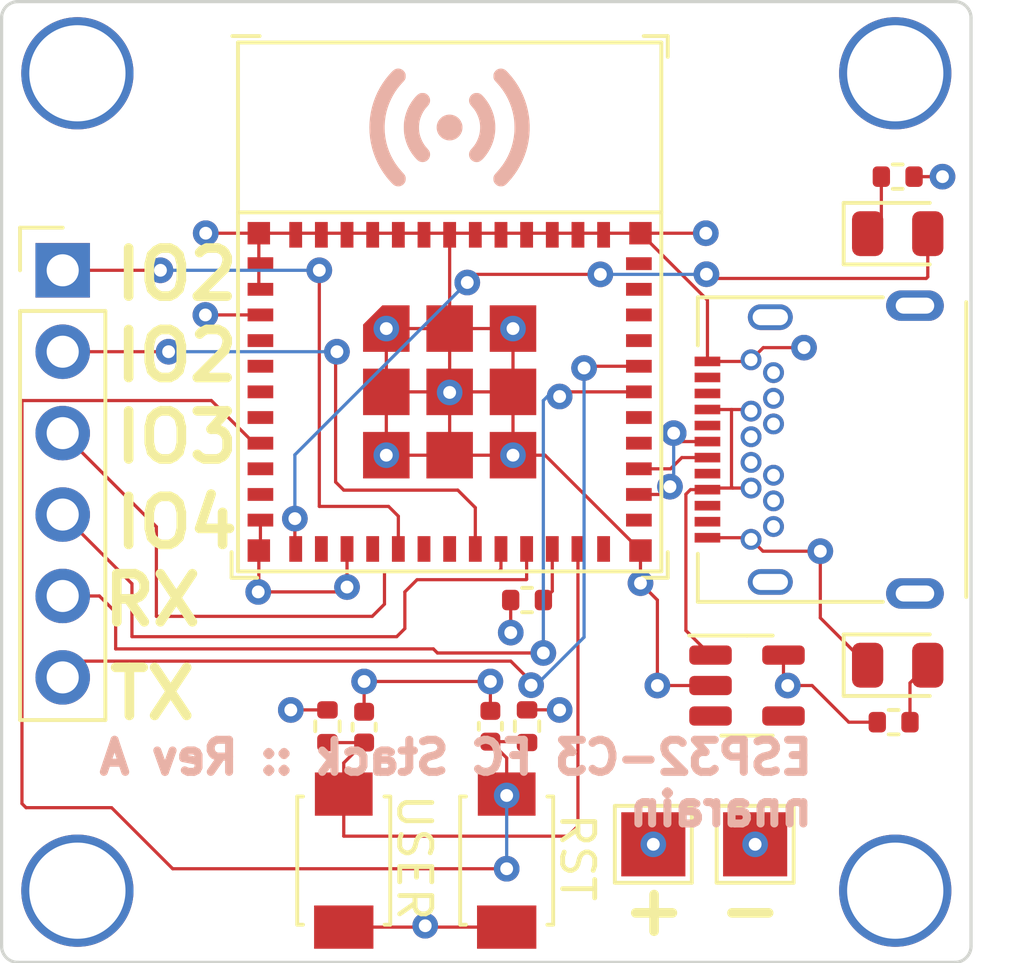
<source format=kicad_pcb>
(kicad_pcb (version 20211014) (generator pcbnew)
  (layers (0 "F.Cu" signal) (1 "In1.Cu" power "PWR") (2 "In2.Cu" power "GND") (31 "B.Cu" signal) (34 "B.Paste" user) (35 "F.Paste" user) (36 "B.SilkS" user "B.Silkscreen") (37 "F.SilkS" user "F.Silkscreen") (38 "B.Mask" user) (39 "F.Mask" user) (44 "Edge.Cuts" user))
  (net 0 "")
  (net 1 "Net-(C1-Pad1)")
  (net 2 "GND")
  (net 3 "Net-(C2-Pad1)")
  (net 4 "+3V3")
  (net 5 "Net-(D1-Pad1)")
  (net 6 "Net-(D1-Pad2)")
  (net 7 "Net-(D2-Pad2)")
  (net 8 "Net-(J1-Pad1)")
  (net 9 "Net-(J1-Pad2)")
  (net 10 "Net-(J1-Pad3)")
  (net 11 "Net-(J1-Pad4)")
  (net 12 "Net-(J1-Pad5)")
  (net 13 "Net-(J1-Pad6)")
  (net 14 "VBUS")
  (net 16 "/usb_dp")
  (net 17 "/usb_dm")
  (net 19 "Net-(R2-Pad2)")
  (footprint "Capacitor_SMD:C_0402_1005Metric" (layer "F.Cu") (at 129.413 88.519 90)
    (fp_text reference "C1" hide)
    (fp_text value "100nF" hide)
    (pad "1" smd roundrect (at -0.48 0 90) (size 0.56 0.62) (layers "F.Cu" "F.Paste" "F.Mask") (net 1 "Net-(C1-Pad1)"))
    (pad "2" smd roundrect (at 0.48 0 90) (size 0.56 0.62) (layers "F.Cu" "F.Paste" "F.Mask") (net 2 "GND"))
  )
  (footprint "tactile_switches:TS-1088-AR02016" (layer "F.Cu") (at 124.841 92.71 -90)
    (fp_text reference "SW1" hide)
    (fp_text value "USER" (at -0.1 -2.2 -90 unlocked) (layer "F.SilkS"))
    (pad "1" smd rect (at -2.075 0 270) (size 1.35 1.8) (layers "F.Cu" "F.Paste" "F.Mask") (net 3 "Net-(C2-Pad1)"))
    (pad "2" smd rect (at 2.075 0 270) (size 1.35 1.85) (layers "F.Cu" "F.Paste" "F.Mask") (net 2 "GND"))
  )
  (footprint "Espressif:ESP32-C3-MINI-1" (layer "F.Cu") (at 128.143 78.088)
    (fp_text reference "U2" hide)
    (fp_text value "ESP32-C3-MINI-1" hide)
    (pad "1" smd rect (at -5.9 -4 90) (size 0.4 0.8) (layers "F.Cu" "F.Paste" "F.Mask") (net 2 "GND"))
    (pad "2" smd rect (at -5.9 -3.2 90) (size 0.4 0.8) (layers "F.Cu" "F.Paste" "F.Mask") (net 2 "GND"))
    (pad "3" smd rect (at -5.9 -2.4 90) (size 0.4 0.8) (layers "F.Cu" "F.Paste" "F.Mask") (net 4 "+3V3"))
    (pad "4" smd rect (at -5.9 -1.6 90) (size 0.4 0.8) (layers "F.Cu" "F.Paste" "F.Mask"))
    (pad "5" smd rect (at -5.9 -0.8 90) (size 0.4 0.8) (layers "F.Cu" "F.Paste" "F.Mask"))
    (pad "6" smd rect (at -5.9 0 90) (size 0.4 0.8) (layers "F.Cu" "F.Paste" "F.Mask"))
    (pad "7" smd rect (at -5.9 0.8 90) (size 0.4 0.8) (layers "F.Cu" "F.Paste" "F.Mask"))
    (pad "8" smd rect (at -5.9 1.6 90) (size 0.4 0.8) (layers "F.Cu" "F.Paste" "F.Mask") (net 1 "Net-(C1-Pad1)"))
    (pad "9" smd rect (at -5.9 2.4 90) (size 0.4 0.8) (layers "F.Cu" "F.Paste" "F.Mask"))
    (pad "10" smd rect (at -5.9 3.2 90) (size 0.4 0.8) (layers "F.Cu" "F.Paste" "F.Mask"))
    (pad "11" smd rect (at -5.9 4 90) (size 0.4 0.8) (layers "F.Cu" "F.Paste" "F.Mask") (net 2 "GND"))
    (pad "12" smd rect (at -4.8 4.9) (size 0.4 0.8) (layers "F.Cu" "F.Paste" "F.Mask") (net 6 "Net-(D1-Pad2)"))
    (pad "13" smd rect (at -4 4.9) (size 0.4 0.8) (layers "F.Cu" "F.Paste" "F.Mask"))
    (pad "14" smd rect (at -3.2 4.9) (size 0.4 0.8) (layers "F.Cu" "F.Paste" "F.Mask") (net 2 "GND"))
    (pad "15" smd rect (at -2.4 4.9) (size 0.4 0.8) (layers "F.Cu" "F.Paste" "F.Mask"))
    (pad "16" smd rect (at -1.6 4.9) (size 0.4 0.8) (layers "F.Cu" "F.Paste" "F.Mask") (net 8 "Net-(J1-Pad1)"))
    (pad "17" smd rect (at -0.8 4.9) (size 0.4 0.8) (layers "F.Cu" "F.Paste" "F.Mask"))
    (pad "18" smd rect (at 0 4.9) (size 0.4 0.8) (layers "F.Cu" "F.Paste" "F.Mask"))
    (pad "19" smd rect (at 0.8 4.9) (size 0.4 0.8) (layers "F.Cu" "F.Paste" "F.Mask") (net 9 "Net-(J1-Pad2)"))
    (pad "20" smd rect (at 1.6 4.9) (size 0.4 0.8) (layers "F.Cu" "F.Paste" "F.Mask") (net 10 "Net-(J1-Pad3)"))
    (pad "21" smd rect (at 2.4 4.9) (size 0.4 0.8) (layers "F.Cu" "F.Paste" "F.Mask") (net 11 "Net-(J1-Pad4)"))
    (pad "22" smd rect (at 3.2 4.9) (size 0.4 0.8) (layers "F.Cu" "F.Paste" "F.Mask") (net 19 "Net-(R2-Pad2)"))
    (pad "23" smd rect (at 4 4.9) (size 0.4 0.8) (layers "F.Cu" "F.Paste" "F.Mask") (net 3 "Net-(C2-Pad1)"))
    (pad "24" smd rect (at 4.8 4.9) (size 0.4 0.8) (layers "F.Cu" "F.Paste" "F.Mask"))
    (pad "25" smd rect (at 5.9 4 90) (size 0.4 0.8) (layers "F.Cu" "F.Paste" "F.Mask"))
    (pad "26" smd rect (at 5.9 3.2 90) (size 0.4 0.8) (layers "F.Cu" "F.Paste" "F.Mask") (net 17 "/usb_dm"))
    (pad "27" smd rect (at 5.9 2.4 90) (size 0.4 0.8) (layers "F.Cu" "F.Paste" "F.Mask") (net 16 "/usb_dp"))
    (pad "28" smd rect (at 5.9 1.6 90) (size 0.4 0.8) (layers "F.Cu" "F.Paste" "F.Mask"))
    (pad "29" smd rect (at 5.9 0.8 90) (size 0.4 0.8) (layers "F.Cu" "F.Paste" "F.Mask"))
    (pad "30" smd rect (at 5.9 0 90) (size 0.4 0.8) (layers "F.Cu" "F.Paste" "F.Mask") (net 12 "Net-(J1-Pad5)"))
    (pad "31" smd rect (at 5.9 -0.8 90) (size 0.4 0.8) (layers "F.Cu" "F.Paste" "F.Mask") (net 13 "Net-(J1-Pad6)"))
    (pad "32" smd rect (at 5.9 -1.6 90) (size 0.4 0.8) (layers "F.Cu" "F.Paste" "F.Mask"))
    (pad "33" smd rect (at 5.9 -2.4 90) (size 0.4 0.8) (layers "F.Cu" "F.Paste" "F.Mask"))
    (pad "34" smd rect (at 5.9 -3.2 90) (size 0.4 0.8) (layers "F.Cu" "F.Paste" "F.Mask"))
    (pad "35" smd rect (at 5.9 -4 90) (size 0.4 0.8) (layers "F.Cu" "F.Paste" "F.Mask"))
    (pad "36" smd rect (at -2.4 -4.9) (size 0.4 0.8) (layers "F.Cu" "F.Paste" "F.Mask") (net 2 "GND"))
    (pad "36" smd rect (at 1.975 0 90) (size 1.45 1.45) (layers "F.Cu" "F.Paste" "F.Mask") (net 2 "GND"))
    (pad "36" smd rect (at 0.8 -4.9) (size 0.4 0.8) (layers "F.Cu" "F.Paste" "F.Mask") (net 2 "GND"))
    (pad "36" smd rect (at 0 0 90) (size 1.45 1.45) (layers "F.Cu" "F.Paste" "F.Mask") (net 2 "GND"))
    (pad "36" smd rect (at 1.975 1.975 90) (size 1.45 1.45) (layers "F.Cu" "F.Paste" "F.Mask") (net 2 "GND"))
    (pad "36" smd rect (at 5.95 4.95 90) (size 0.7 0.7) (layers "F.Cu" "F.Paste" "F.Mask") (net 2 "GND"))
    (pad "36" smd rect (at -5.95 -4.95 90) (size 0.7 0.7) (layers "F.Cu" "F.Paste" "F.Mask") (net 2 "GND"))
    (pad "36" smd rect (at -1.6 -4.9) (size 0.4 0.8) (layers "F.Cu" "F.Paste" "F.Mask") (net 2 "GND"))
    (pad "36" smd rect (at -4.8 -4.9) (size 0.4 0.8) (layers "F.Cu" "F.Paste" "F.Mask") (net 2 "GND"))
    (pad "36" smd rect (at -5.95 4.95 90) (size 0.7 0.7) (layers "F.Cu" "F.Paste" "F.Mask") (net 2 "GND"))
    (pad "36" smd custom (at -1.975 -1.975) (size 0.8 0.8) (layers "F.Cu" "F.Paste" "F.Mask") (net 2 "GND") (options (clearance outline) (anchor rect)) (primitives (gr_poly (pts (xy 0.725 0.725) (xy -0.725 0.725) (xy -0.725 -0.125) (xy -0.125 -0.725) (xy 0.725 -0.725)) (width 0) (fill yes))))
    (pad "36" smd rect (at -1.975 0 90) (size 1.45 1.45) (layers "F.Cu" "F.Paste" "F.Mask") (net 2 "GND"))
    (pad "36" smd rect (at 3.2 -4.9) (size 0.4 0.8) (layers "F.Cu" "F.Paste" "F.Mask") (net 2 "GND"))
    (pad "36" smd rect (at 2.4 -4.9) (size 0.4 0.8) (layers "F.Cu" "F.Paste" "F.Mask") (net 2 "GND"))
    (pad "36" smd rect (at 1.6 -4.9) (size 0.4 0.8) (layers "F.Cu" "F.Paste" "F.Mask") (net 2 "GND"))
    (pad "36" smd rect (at -4 -4.9) (size 0.4 0.8) (layers "F.Cu" "F.Paste" "F.Mask") (net 2 "GND"))
    (pad "36" smd rect (at 4.8 -4.9) (size 0.4 0.8) (layers "F.Cu" "F.Paste" "F.Mask") (net 2 "GND"))
    (pad "36" smd rect (at 5.95 -4.95 90) (size 0.7 0.7) (layers "F.Cu" "F.Paste" "F.Mask") (net 2 "GND"))
    (pad "36" smd rect (at 0 1.975 90) (size 1.45 1.45) (layers "F.Cu" "F.Paste" "F.Mask") (net 2 "GND"))
    (pad "36" smd rect (at -0.8 -4.9) (size 0.4 0.8) (layers "F.Cu" "F.Paste" "F.Mask") (net 2 "GND"))
    (pad "36" smd rect (at -1.975 1.975 90) (size 1.45 1.45) (layers "F.Cu" "F.Paste" "F.Mask") (net 2 "GND"))
    (pad "36" smd rect (at 0 -1.975 90) (size 1.45 1.45) (layers "F.Cu" "F.Paste" "F.Mask") (net 2 "GND"))
    (pad "36" smd rect (at 1.975 -1.975 90) (size 1.45 1.45) (layers "F.Cu" "F.Paste" "F.Mask") (net 2 "GND"))
    (pad "36" smd rect (at -3.2 -4.9) (size 0.4 0.8) (layers "F.Cu" "F.Paste" "F.Mask") (net 2 "GND"))
    (pad "36" smd rect (at 0 -4.9) (size 0.4 0.8) (layers "F.Cu" "F.Paste" "F.Mask") (net 2 "GND"))
    (pad "36" smd rect (at 4 -4.9) (size 0.4 0.8) (layers "F.Cu" "F.Paste" "F.Mask") (net 2 "GND"))
  )
  (footprint "Resistor_SMD:R_0402_1005Metric" (layer "F.Cu") (at 141.986 88.392)
    (fp_text reference "R1" hide)
    (fp_text value "1k" hide)
    (pad "1" smd roundrect (at -0.51 0) (size 0.54 0.64) (layers "F.Cu" "F.Paste" "F.Mask") (net 4 "+3V3"))
    (pad "2" smd roundrect (at 0.51 0) (size 0.54 0.64) (layers "F.Cu" "F.Paste" "F.Mask") (net 7 "Net-(D2-Pad2)"))
  )
  (footprint "USB-C-Connectors:TYPE-C-31-M-04" (layer "F.Cu") (at 141.251 79.888 90)
    (fp_text reference "P1" hide)
    (fp_text value "USB_C_Plug_USB2.0" hide)
    (pad "" np_thru_hole circle locked (at -3.6 -4.36 90) (size 0.65 0.65) (drill 0.65) (layers *.Cu *.Mask))
    (pad "" np_thru_hole oval locked (at 3.6 -4.36 90) (size 0.95 0.65) (drill oval 0.95 0.65) (layers *.Cu *.Mask))
    (pad "31" thru_hole oval locked (at 4.49 1.4 90) (size 0.95 1.8) (drill oval 0.5 1.2) (layers *.Cu *.Mask))
    (pad "32" thru_hole oval locked (at 4.13 -3.11 90) (size 0.8 1.4) (drill oval 0.5 1.1) (layers *.Cu *.Mask))
    (pad "33" thru_hole oval locked (at -4.13 -3.11 90) (size 0.8 1.4) (drill oval 0.5 1.1) (layers *.Cu *.Mask))
    (pad "34" thru_hole oval locked (at -4.49 1.4 90) (size 0.95 1.8) (drill oval 0.5 1.2) (layers *.Cu *.Mask))
    (pad "A1" smd rect locked (at -2.75 -5.07 90) (size 0.3 0.8) (layers "F.Cu" "F.Paste" "F.Mask") (net 2 "GND"))
    (pad "A2" smd rect locked (at -2.25 -5.07 90) (size 0.3 0.8) (layers "F.Cu" "F.Paste" "F.Mask"))
    (pad "A3" smd rect locked (at -1.75 -5.07 90) (size 0.3 0.8) (layers "F.Cu" "F.Paste" "F.Mask"))
    (pad "A4" smd rect locked (at -1.25 -5.07 90) (size 0.3 0.8) (layers "F.Cu" "F.Paste" "F.Mask") (net 14 "VBUS"))
    (pad "A5" smd rect locked (at -0.75 -5.07 90) (size 0.3 0.8) (layers "F.Cu" "F.Paste" "F.Mask"))
    (pad "A6" smd rect locked (at -0.25 -5.07 90) (size 0.3 0.8) (layers "F.Cu" "F.Paste" "F.Mask") (net 16 "/usb_dp"))
    (pad "A7" smd rect locked (at 0.25 -5.07 90) (size 0.3 0.8) (layers "F.Cu" "F.Paste" "F.Mask") (net 17 "/usb_dm"))
    (pad "A8" smd rect locked (at 0.75 -5.07 90) (size 0.3 0.8) (layers "F.Cu" "F.Paste" "F.Mask"))
    (pad "A9" smd rect locked (at 1.25 -5.07 90) (size 0.3 0.8) (layers "F.Cu" "F.Paste" "F.Mask") (net 14 "VBUS"))
    (pad "A10" smd rect locked (at 1.75 -5.07 90) (size 0.3 0.8) (layers "F.Cu" "F.Paste" "F.Mask"))
    (pad "A11" smd rect locked (at 2.25 -5.07 90) (size 0.3 0.8) (layers "F.Cu" "F.Paste" "F.Mask"))
    (pad "A12" smd rect locked (at 2.75 -5.07 90) (size 0.3 0.8) (layers "F.Cu" "F.Paste" "F.Mask") (net 2 "GND"))
    (pad "B1" thru_hole circle locked (at 2.8 -3.71 90) (size 0.65 0.65) (drill 0.4) (layers *.Cu *.Mask) (net 2 "GND"))
    (pad "B2" thru_hole circle locked (at 2.4 -3.01 90) (size 0.65 0.65) (drill 0.4) (layers *.Cu *.Mask))
    (pad "B3" thru_hole circle locked (at 1.6 -3.01 90) (size 0.65 0.65) (drill 0.4) (layers *.Cu *.Mask))
    (pad "B4" thru_hole circle locked (at 1.2 -3.71 90) (size 0.65 0.65) (drill 0.4) (layers *.Cu *.Mask) (net 14 "VBUS"))
    (pad "B5" thru_hole circle locked (at 0.8 -3.01 90) (size 0.65 0.65) (drill 0.4) (layers *.Cu *.Mask))
    (pad "B6" thru_hole circle locked (at 0.4 -3.71 90) (size 0.65 0.65) (drill 0.4) (layers *.Cu *.Mask))
    (pad "B7" thru_hole circle locked (at -0.4 -3.71 90) (size 0.65 0.65) (drill 0.4) (layers *.Cu *.Mask))
    (pad "B8" thru_hole circle locked (at -0.8 -3.01 90) (size 0.65 0.65) (drill 0.4) (layers *.Cu *.Mask))
    (pad "B9" thru_hole circle locked (at -1.2 -3.71 90) (size 0.65 0.65) (drill 0.4) (layers *.Cu *.Mask) (net 14 "VBUS"))
    (pad "B10" thru_hole circle locked (at -1.6 -3.01 90) (size 0.65 0.65) (drill 0.4) (layers *.Cu *.Mask))
    (pad "B11" thru_hole circle locked (at -2.4 -3.01 90) (size 0.65 0.65) (drill 0.4) (layers *.Cu *.Mask))
    (pad "B12" thru_hole circle locked (at -2.8 -3.71 90) (size 0.65 0.65) (drill 0.4) (layers *.Cu *.Mask) (net 2 "GND"))
  )
  (footprint "Package_TO_SOT_SMD:SOT-23-5" (layer "F.Cu") (at 137.414 87.249)
    (fp_text reference "U1" hide)
    (fp_text value "AP2112K-3.3" hide)
    (pad "1" smd roundrect (at -1.1375 -0.95) (size 1.325 0.6) (layers "F.Cu" "F.Paste" "F.Mask") (net 14 "VBUS"))
    (pad "2" smd roundrect (at -1.1375 0) (size 1.325 0.6) (layers "F.Cu" "F.Paste" "F.Mask") (net 2 "GND"))
    (pad "3" smd roundrect (at -1.1375 0.95) (size 1.325 0.6) (layers "F.Cu" "F.Paste" "F.Mask"))
    (pad "4" smd roundrect (at 1.1375 0.95) (size 1.325 0.6) (layers "F.Cu" "F.Paste" "F.Mask"))
    (pad "5" smd roundrect (at 1.1375 -0.95) (size 1.325 0.6) (layers "F.Cu" "F.Paste" "F.Mask") (net 4 "+3V3"))
  )
  (footprint "Resistor_SMD:R_0402_1005Metric" (layer "F.Cu") (at 130.556 88.517 -90)
    (fp_text reference "R3" hide)
    (fp_text value "10k" hide)
    (pad "1" smd roundrect (at -0.51 0 270) (size 0.54 0.64) (layers "F.Cu" "F.Paste" "F.Mask") (net 4 "+3V3"))
    (pad "2" smd roundrect (at 0.51 0 270) (size 0.54 0.64) (layers "F.Cu" "F.Paste" "F.Mask") (net 1 "Net-(C1-Pad1)"))
  )
  (footprint "TestPoint:TestPoint_Pad_2.0x2.0mm" (layer "F.Cu") (at 137.668 92.202)
    (fp_text reference "TP2" hide)
    (fp_text value "TP_GND" hide)
    (pad "1" smd rect (at 0 0) (size 2 2) (layers "F.Cu" "F.Mask") (net 2 "GND"))
  )
  (footprint "LED_SMD:LED_0805_2012Metric" (layer "F.Cu") (at 142.113 86.614)
    (fp_text reference "D2" hide)
    (fp_text value "PWR" hide)
    (pad "1" smd roundrect (at -0.9375 0) (size 0.975 1.4) (layers "F.Cu" "F.Paste" "F.Mask") (net 2 "GND"))
    (pad "2" smd roundrect (at 0.9375 0) (size 0.975 1.4) (layers "F.Cu" "F.Paste" "F.Mask") (net 7 "Net-(D2-Pad2)"))
  )
  (footprint "tactile_switches:TS-1088-AR02016" (layer "F.Cu") (at 129.921 92.71 -90)
    (fp_text reference "SW2" hide)
    (fp_text value "RST" (at -0.1 -2.2 -90 unlocked) (layer "F.SilkS"))
    (pad "1" smd rect (at -2.075 0 270) (size 1.35 1.8) (layers "F.Cu" "F.Paste" "F.Mask") (net 1 "Net-(C1-Pad1)"))
    (pad "2" smd rect (at 2.075 0 270) (size 1.35 1.85) (layers "F.Cu" "F.Paste" "F.Mask") (net 2 "GND"))
  )
  (footprint "TestPoint:TestPoint_Pad_2.0x2.0mm" (layer "F.Cu") (at 134.493 92.202)
    (fp_text reference "TP1" hide)
    (fp_text value "TP_3V3" hide)
    (pad "1" smd rect (at 0 0) (size 2 2) (layers "F.Cu" "F.Mask") (net 4 "+3V3"))
  )
  (footprint "Resistor_SMD:R_0402_1005Metric" (layer "F.Cu") (at 124.333 88.519 -90)
    (fp_text reference "R4" hide)
    (fp_text value "10k" hide)
    (pad "1" smd roundrect (at -0.51 0 270) (size 0.54 0.64) (layers "F.Cu" "F.Paste" "F.Mask") (net 4 "+3V3"))
    (pad "2" smd roundrect (at 0.51 0 270) (size 0.54 0.64) (layers "F.Cu" "F.Paste" "F.Mask") (net 3 "Net-(C2-Pad1)"))
  )
  (footprint "Resistor_SMD:R_0402_1005Metric" (layer "F.Cu") (at 142.113 71.374)
    (fp_text reference "R5" hide)
    (fp_text value "1k" hide)
    (pad "1" smd roundrect (at -0.51 0) (size 0.54 0.64) (layers "F.Cu" "F.Paste" "F.Mask") (net 5 "Net-(D1-Pad1)"))
    (pad "2" smd roundrect (at 0.51 0) (size 0.54 0.64) (layers "F.Cu" "F.Paste" "F.Mask") (net 2 "GND"))
  )
  (footprint "Resistor_SMD:R_0402_1005Metric" (layer "F.Cu") (at 130.556 84.582)
    (fp_text reference "R2" hide)
    (fp_text value "10k" hide)
    (pad "1" smd roundrect (at -0.51 0) (size 0.54 0.64) (layers "F.Cu" "F.Paste" "F.Mask") (net 4 "+3V3"))
    (pad "2" smd roundrect (at 0.51 0) (size 0.54 0.64) (layers "F.Cu" "F.Paste" "F.Mask") (net 19 "Net-(R2-Pad2)"))
  )
  (footprint "LED_SMD:LED_0805_2012Metric" (layer "F.Cu") (at 142.113 73.152)
    (fp_text reference "D1" hide)
    (fp_text value "LED")
    (pad "1" smd roundrect (at -0.9375 0) (size 0.975 1.4) (layers "F.Cu" "F.Paste" "F.Mask") (net 5 "Net-(D1-Pad1)"))
    (pad "2" smd roundrect (at 0.9375 0) (size 0.975 1.4) (layers "F.Cu" "F.Paste" "F.Mask") (net 6 "Net-(D1-Pad2)"))
  )
  (footprint "Capacitor_SMD:C_0402_1005Metric" (layer "F.Cu") (at 125.476 88.547 90)
    (fp_text reference "C2" hide)
    (fp_text value "100nF" hide)
    (pad "1" smd roundrect (at -0.48 0 90) (size 0.56 0.62) (layers "F.Cu" "F.Paste" "F.Mask") (net 3 "Net-(C2-Pad1)"))
    (pad "2" smd roundrect (at 0.48 0 90) (size 0.56 0.62) (layers "F.Cu" "F.Paste" "F.Mask") (net 2 "GND"))
  )
  (footprint "Connector_PinHeader_2.54mm:PinHeader_1x06_P2.54mm_Vertical" (layer "F.Cu") (at 116.078 74.295)
    (fp_text reference "J1" hide)
    (fp_text value "IO")
    (pad "1" thru_hole rect (at 0 0) (size 1.7 1.7) (drill 1) (layers *.Cu *.Mask) (net 8 "Net-(J1-Pad1)"))
    (pad "2" thru_hole oval (at 0 2.54) (size 1.7 1.7) (drill 1) (layers *.Cu *.Mask) (net 9 "Net-(J1-Pad2)"))
    (pad "3" thru_hole oval (at 0 5.08) (size 1.7 1.7) (drill 1) (layers *.Cu *.Mask) (net 10 "Net-(J1-Pad3)"))
    (pad "4" thru_hole oval (at 0 7.62) (size 1.7 1.7) (drill 1) (layers *.Cu *.Mask) (net 11 "Net-(J1-Pad4)"))
    (pad "5" thru_hole oval (at 0 10.16) (size 1.7 1.7) (drill 1) (layers *.Cu *.Mask) (net 12 "Net-(J1-Pad5)"))
    (pad "6" thru_hole oval (at 0 12.7) (size 1.7 1.7) (drill 1) (layers *.Cu *.Mask) (net 13 "Net-(J1-Pad6)"))
  )
  (footprint "drone:mounting_holes_25.5mm" (layer "F.Cu") (at 129.286 80.899)
    (fp_text reference "REF**" hide)
    (fp_text value "mounting_holes_25.5mm" hide)
    (pad "" np_thru_hole circle (at 12.75 12.75) (size 3.5 3.5) (drill 3) (layers F&B.Cu *.Mask))
    (pad "" np_thru_hole circle (at -12.75 -12.75) (size 3.5 3.5) (drill 3) (layers F&B.Cu *.Mask))
    (pad "" np_thru_hole circle (at 12.75 -12.75) (size 3.5 3.5) (drill 3) (layers F&B.Cu *.Mask))
    (pad "" np_thru_hole circle (at -12.75 12.75) (size 3.5 3.5) (drill 3) (layers F&B.Cu *.Mask))
  )
  (footprint "symbols:radio1" (layer "B.Cu") (at 128.143 69.85 180)
    (fp_text reference "G***" hide)
    (fp_text value "LOGO" hide)
  )
  (gr_arc (start 144.399 95.377) (mid 144.25021 95.73621) (end 143.891 95.885) (layer "Edge.Cuts") (width 0.1))
  (gr_arc (start 114.681 95.885) (mid 114.32179 95.73621) (end 114.173 95.377) (layer "Edge.Cuts") (width 0.1))
  (gr_line (start 114.681 65.913) (end 143.891 65.913) (layer "Edge.Cuts") (width 0.1))
  (gr_line (start 114.173 66.421) (end 114.173 95.377) (layer "Edge.Cuts") (width 0.1))
  (gr_arc (start 114.173 66.421) (mid 114.32179 66.06179) (end 114.681 65.913) (layer "Edge.Cuts") (width 0.1))
  (gr_line (start 144.399 95.377) (end 144.399 66.421) (layer "Edge.Cuts") (width 0.1))
  (gr_arc (start 143.891 65.913) (mid 144.25021 66.06179) (end 144.399 66.421) (layer "Edge.Cuts") (width 0.1))
  (gr_line (start 114.681 95.885) (end 143.891 95.885) (layer "Edge.Cuts") (width 0.1))
  (gr_text "ESP32-C3 FC Stack :: Rev A\nnnarain" (at 139.573 90.297) (layer "B.SilkS") (effects (font (size 1 1) (thickness 0.25)) (justify left mirror)))
  (gr_text "IO2" (at 119.634 76.962) (layer "F.SilkS") (effects (font (size 1.5 1.5) (thickness 0.3))))
  (gr_text "+ -" (at 136.017 94.234) (layer "F.SilkS") (effects (font (size 1.5 1.5) (thickness 0.3))))
  (gr_text "IO3" (at 119.634 79.502) (layer "F.SilkS") (effects (font (size 1.5 1.5) (thickness 0.3))))
  (gr_text "IO2" (at 119.634 74.422) (layer "F.SilkS") (effects (font (size 1.5 1.5) (thickness 0.3))))
  (gr_text "IO4" (at 119.634 82.169) (layer "F.SilkS") (effects (font (size 1.5 1.5) (thickness 0.3))))
  (gr_text "TX" (at 118.872 87.503) (layer "F.SilkS") (effects (font (size 1.5 1.5) (thickness 0.3))))
  (gr_text "RX" (at 118.872 84.582) (layer "F.SilkS") (effects (font (size 1.5 1.5) (thickness 0.3))))
  (segment (start 129.413 88.999) (end 129.921 89.507) (width 0.1) (layer "F.Cu") (net 1))
  (segment (start 122.043 79.688) (end 120.714 78.359) (width 0.1) (layer "F.Cu") (net 1))
  (segment (start 114.935 91.059) (end 117.602 91.059) (width 0.1) (layer "F.Cu") (net 1))
  (segment (start 129.921 89.507) (end 129.921 90.635) (width 0.1) (layer "F.Cu") (net 1))
  (segment (start 117.602 91.059) (end 119.507 92.964) (width 0.1) (layer "F.Cu") (net 1))
  (segment (start 122.243 79.688) (end 122.043 79.688) (width 0.1) (layer "F.Cu") (net 1))
  (segment (start 119.507 92.964) (end 129.921 92.964) (width 0.1) (layer "F.Cu") (net 1))
  (segment (start 130.528 88.999) (end 129.413 88.999) (width 0.1) (layer "F.Cu") (net 1))
  (segment (start 114.808 90.932) (end 114.935 91.059) (width 0.1) (layer "F.Cu") (net 1))
  (segment (start 130.556 89.027) (end 130.528 88.999) (width 0.1) (layer "F.Cu") (net 1))
  (segment (start 114.808 78.359) (end 114.808 90.932) (width 0.1) (layer "F.Cu") (net 1))
  (segment (start 120.714 78.359) (end 114.808 78.359) (width 0.1) (layer "F.Cu") (net 1))
  (via (at 129.921 90.678) (size 0.8) (drill 0.4) (layers "F.Cu" "B.Cu") (net 1))
  (via (at 129.921 92.964) (size 0.8) (drill 0.4) (layers "F.Cu" "B.Cu") (net 1))
  (segment (start 129.921 92.964) (end 129.921 90.678) (width 0.1) (layer "B.Cu") (net 1))
  (segment (start 125.476 88.067) (end 125.476 87.122) (width 0.1) (layer "F.Cu") (net 2))
  (segment (start 128.143 78.088) (end 128.143 78.105) (width 0.1) (layer "F.Cu") (net 2))
  (segment (start 128.143 78.105) (end 128.143 80.063) (width 0.1) (layer "F.Cu") (net 2))
  (segment (start 137.491 82.638) (end 137.541 82.688) (width 0.1) (layer "F.Cu") (net 2))
  (segment (start 136.181 82.638) (end 137.491 82.638) (width 0.1) (layer "F.Cu") (net 2))
  (segment (start 127.338 94.785) (end 127.381 94.742) (width 0.1) (layer "F.Cu") (net 2))
  (segment (start 134.62 84.582) (end 134.62 87.249) (width 0.1) (layer "F.Cu") (net 2))
  (segment (start 130.118 80.063) (end 131.118 80.063) (width 0.1) (layer "F.Cu") (net 2))
  (segment (start 122.193 74.838) (end 122.243 74.888) (width 0.1) (layer "F.Cu") (net 2))
  (segment (start 124.841 94.785) (end 127.338 94.785) (width 0.1) (layer "F.Cu") (net 2))
  (segment (start 122.193 73.138) (end 134.093 73.138) (width 0.1) (layer "F.Cu") (net 2))
  (segment (start 137.491 77.138) (end 137.541 77.088) (width 0.1) (layer "F.Cu") (net 2))
  (segment (start 122.193 84.309) (end 122.174 84.328) (width 0.1) (layer "F.Cu") (net 2))
  (segment (start 126.168 78.088) (end 126.168 80.063) (width 0.1) (layer "F.Cu") (net 2))
  (segment (start 136.181 77.138) (end 137.491 77.138) (width 0.1) (layer "F.Cu") (net 2))
  (segment (start 137.541 77.088) (end 137.921 76.708) (width 0.1) (layer "F.Cu") (net 2))
  (segment (start 126.168 76.113) (end 126.168 78.088) (width 0.1) (layer "F.Cu") (net 2))
  (segment (start 128.143 76.113) (end 130.118 76.113) (width 0.1) (layer "F.Cu") (net 2))
  (segment (start 130.118 78.088) (end 130.118 76.113) (width 0.1) (layer "F.Cu") (net 2))
  (segment (start 134.093 73.138) (end 136.13 73.138) (width 0.1) (layer "F.Cu") (net 2))
  (segment (start 122.243 82.988) (end 122.193 83.038) (width 0.1) (layer "F.Cu") (net 2))
  (segment (start 128.143 73.188) (end 128.143 76.113) (width 0.1) (layer "F.Cu") (net 2))
  (segment (start 122.174 84.328) (end 124.791 84.328) (width 0.1) (layer "F.Cu") (net 2))
  (segment (start 130.118 78.088) (end 130.118 80.063) (width 0.1) (layer "F.Cu") (net 2))
  (segment (start 127.424 94.785) (end 129.921 94.785) (width 0.1) (layer "F.Cu") (net 2))
  (segment (start 122.193 73.138) (end 122.193 74.838) (width 0.1) (layer "F.Cu") (net 2))
  (segment (start 125.476 87.122) (end 129.413 87.122) (width 0.1) (layer "F.Cu") (net 2))
  (segment (start 128.143 78.088) (end 130.118 78.088) (width 0.1) (layer "F.Cu") (net 2))
  (segment (start 124.791 84.328) (end 124.943 84.176) (width 0.1) (layer "F.Cu") (net 2))
  (segment (start 124.943 82.988) (end 124.943 84.176) (width 0.1) (layer "F.Cu") (net 2))
  (segment (start 126.168 76.113) (end 128.143 76.113) (width 0.1) (layer "F.Cu") (net 2))
  (segment (start 122.193 73.138) (end 120.537 73.138) (width 0.1) (layer "F.Cu") (net 2))
  (segment (start 139.7 85.1385) (end 139.7 83.058) (width 0.1) (layer "F.Cu") (net 2))
  (segment (start 128.143 76.113) (end 128.143 78.088) (width 0.1) (layer "F.Cu") (net 2))
  (segment (start 141.1755 86.614) (end 139.7 85.1385) (width 0.1) (layer "F.Cu") (net 2))
  (segment (start 122.193 83.038) (end 122.193 84.309) (width 0.1) (layer "F.Cu") (net 2))
  (segment (start 131.118 80.063) (end 134.093 83.038) (width 0.1) (layer "F.Cu") (net 2))
  (segment (start 136.181 75.226) (end 136.181 77.138) (width 0.1) (layer "F.Cu") (net 2))
  (segment (start 142.623 71.374) (end 143.51 71.374) (width 0.1) (layer "F.Cu") (net 2))
  (segment (start 126.168 78.088) (end 128.143 78.088) (width 0.1) (layer "F.Cu") (net 2))
  (segment (start 122.243 82.088) (end 122.243 82.988) (width 0.1) (layer "F.Cu") (net 2))
  (segment (start 129.413 88.039) (end 129.413 87.122) (width 0.1) (layer "F.Cu") (net 2))
  (segment (start 134.093 84.055) (end 134.62 84.582) (width 0.1) (layer "F.Cu") (net 2))
  (segment (start 134.093 73.138) (end 136.181 75.226) (width 0.1) (layer "F.Cu") (net 2))
  (segment (start 128.143 80.063) (end 130.118 80.063) (width 0.1) (layer "F.Cu") (net 2))
  (segment (start 137.921 76.708) (end 139.192 76.708) (width 0.1) (layer "F.Cu") (net 2))
  (segment (start 137.911 83.058) (end 139.7 83.058) (width 0.1) (layer "F.Cu") (net 2))
  (segment (start 126.168 80.063) (end 128.143 80.063) (width 0.1) (layer "F.Cu") (net 2))
  (segment (start 134.093 83.038) (end 134.093 84.055) (width 0.1) (layer "F.Cu") (net 2))
  (segment (start 137.541 82.688) (end 137.911 83.058) (width 0.1) (layer "F.Cu") (net 2))
  (segment (start 136.2765 87.249) (end 134.62 87.249) (width 0.1) (layer "F.Cu") (net 2))
  (via (at 137.668 92.202) (size 0.8) (drill 0.4) (layers "F.Cu" "B.Cu") (net 2))
  (via (at 125.476 87.122) (size 0.8) (drill 0.4) (layers "F.Cu" "B.Cu") (net 2))
  (via (at 139.7 83.058) (size 0.8) (drill 0.4) (layers "F.Cu" "B.Cu") (net 2))
  (via (at 136.13 73.138) (size 0.8) (drill 0.4) (layers "F.Cu" "B.Cu") (net 2))
  (via (at 122.174 84.328) (size 0.8) (drill 0.4) (layers "F.Cu" "B.Cu") (net 2))
  (via (at 134.62 87.249) (size 0.8) (drill 0.4) (layers "F.Cu" "B.Cu") (net 2))
  (via (at 128.143 78.105) (size 0.8) (drill 0.4) (layers "F.Cu" "B.Cu") (net 2))
  (via (at 126.168 76.113) (size 0.8) (drill 0.4) (layers "F.Cu" "B.Cu") (net 2))
  (via (at 134.093 84.055) (size 0.8) (drill 0.4) (layers "F.Cu" "B.Cu") (net 2))
  (via (at 130.118 80.063) (size 0.8) (drill 0.4) (layers "F.Cu" "B.Cu") (net 2))
  (via (at 120.537 73.138) (size 0.8) (drill 0.4) (layers "F.Cu" "B.Cu") (net 2))
  (via (at 127.381 94.742) (size 0.8) (drill 0.4) (layers "F.Cu" "B.Cu") (net 2))
  (via (at 130.118 76.113) (size 0.8) (drill 0.4) (layers "F.Cu" "B.Cu") (net 2))
  (via (at 129.413 87.122) (size 0.8) (drill 0.4) (layers "F.Cu" "B.Cu") (net 2))
  (via (at 139.192 76.708) (size 0.8) (drill 0.4) (layers "F.Cu" "B.Cu") (net 2))
  (via (at 124.943 84.176) (size 0.8) (drill 0.4) (layers "F.Cu" "B.Cu") (net 2))
  (via (at 143.51 71.374) (size 0.8) (drill 0.4) (layers "F.Cu" "B.Cu") (net 2))
  (via (at 126.168 80.063) (size 0.8) (drill 0.4) (layers "F.Cu" "B.Cu") (net 2))
  (segment (start 124.841 91.948) (end 124.841 90.635) (width 0.1) (layer "F.Cu") (net 3))
  (segment (start 124.333 89.029) (end 125.474 89.029) (width 0.1) (layer "F.Cu") (net 3))
  (segment (start 125.476 89.027) (end 124.841 89.662) (width 0.1) (layer "F.Cu") (net 3))
  (segment (start 132.143 91.631) (end 131.826 91.948) (width 0.1) (layer "F.Cu") (net 3))
  (segment (start 124.841 89.662) (end 124.841 90.635) (width 0.1) (layer "F.Cu") (net 3))
  (segment (start 125.474 89.029) (end 125.476 89.027) (width 0.1) (layer "F.Cu") (net 3))
  (segment (start 132.143 82.988) (end 132.143 91.631) (width 0.1) (layer "F.Cu") (net 3))
  (segment (start 131.826 91.948) (end 124.841 91.948) (width 0.1) (layer "F.Cu") (net 3))
  (segment (start 122.243 75.688) (end 120.527 75.688) (width 0.1) (layer "F.Cu") (net 4))
  (segment (start 130.046 84.582) (end 130.046 85.596) (width 0.1) (layer "F.Cu") (net 4))
  (segment (start 138.5515 86.299) (end 138.5515 87.1165) (width 0.1) (layer "F.Cu") (net 4))
  (segment (start 138.5515 87.1165) (end 138.684 87.249) (width 0.1) (layer "F.Cu") (net 4))
  (segment (start 130.556 88.007) (end 131.568 88.007) (width 0.1) (layer "F.Cu") (net 4))
  (segment (start 140.587 88.392) (end 141.476 88.392) (width 0.1) (layer "F.Cu") (net 4))
  (segment (start 130.046 85.596) (end 130.048 85.598) (width 0.1) (layer "F.Cu") (net 4))
  (segment (start 123.192 88.009) (end 123.19 88.011) (width 0.1) (layer "F.Cu") (net 4))
  (segment (start 131.568 88.007) (end 131.572 88.011) (width 0.1) (layer "F.Cu") (net 4))
  (segment (start 139.444 87.249) (end 140.587 88.392) (width 0.1) (layer "F.Cu") (net 4))
  (segment (start 138.684 87.249) (end 139.444 87.249) (width 0.1) (layer "F.Cu") (net 4))
  (segment (start 124.333 88.009) (end 123.192 88.009) (width 0.1) (layer "F.Cu") (net 4))
  (via (at 123.19 88.011) (size 0.8) (drill 0.4) (layers "F.Cu" "B.Cu") (net 4))
  (via (at 131.572 88.011) (size 0.8) (drill 0.4) (layers "F.Cu" "B.Cu") (net 4))
  (via (at 120.527 75.688) (size 0.8) (drill 0.4) (layers "F.Cu" "B.Cu") (net 4))
  (via (at 130.048 85.598) (size 0.8) (drill 0.4) (layers "F.Cu" "B.Cu") (net 4))
  (via (at 134.493 92.202) (size 0.8) (drill 0.4) (layers "F.Cu" "B.Cu") (net 4))
  (via (at 138.684 87.249) (size 0.8) (drill 0.4) (layers "F.Cu" "B.Cu") (net 4))
  (segment (start 141.603 71.374) (end 141.603 72.7245) (width 0.1) (layer "F.Cu") (net 5))
  (segment (start 141.603 72.7245) (end 141.1755 73.152) (width 0.1) (layer "F.Cu") (net 5))
  (segment (start 128.651 74.676) (end 128.6925 74.676) (width 0.1) (layer "F.Cu") (net 6))
  (segment (start 128.905 74.422) (end 128.651 74.676) (width 0.1) (layer "F.Cu") (net 6))
  (segment (start 143.0505 74.5005) (end 143.002 74.549) (width 0.1) (layer "F.Cu") (net 6))
  (segment (start 132.842 74.422) (end 128.905 74.422) (width 0.1) (layer "F.Cu") (net 6))
  (segment (start 143.002 74.549) (end 136.271 74.549) (width 0.1) (layer "F.Cu") (net 6))
  (segment (start 136.271 74.549) (end 136.271 74.538888) (width 0.1) (layer "F.Cu") (net 6))
  (segment (start 123.317 82.042) (end 123.317 82.962) (width 0.1) (layer "F.Cu") (net 6))
  (segment (start 123.317 82.962) (end 123.343 82.988) (width 0.1) (layer "F.Cu") (net 6))
  (segment (start 136.271 74.538888) (end 136.149056 74.416944) (width 0.1) (layer "F.Cu") (net 6))
  (segment (start 143.0505 73.152) (end 143.0505 74.5005) (width 0.1) (layer "F.Cu") (net 6))
  (via (at 123.317 82.042) (size 0.8) (drill 0.4) (layers "F.Cu" "B.Cu") (net 6))
  (via (at 128.6925 74.676) (size 0.8) (drill 0.4) (layers "F.Cu" "B.Cu") (net 6))
  (via (at 136.149056 74.416944) (size 0.8) (drill 0.4) (layers "F.Cu" "B.Cu") (net 6))
  (via (at 132.842 74.422) (size 0.8) (drill 0.4) (layers "F.Cu" "B.Cu") (net 6))
  (segment (start 128.6925 74.676) (end 123.317 80.0515) (width 0.1) (layer "B.Cu") (net 6))
  (segment (start 136.149056 74.416944) (end 136.144 74.422) (width 0.1) (layer "B.Cu") (net 6))
  (segment (start 136.144 74.422) (end 132.842 74.422) (width 0.1) (layer "B.Cu") (net 6))
  (segment (start 123.317 80.0515) (end 123.317 82.169) (width 0.1) (layer "B.Cu") (net 6))
  (segment (start 142.496 87.1685) (end 143.0505 86.614) (width 0.1) (layer "F.Cu") (net 7))
  (segment (start 142.496 88.392) (end 142.496 87.1685) (width 0.1) (layer "F.Cu") (net 7))
  (segment (start 126.543 81.966) (end 126.238 81.661) (width 0.1) (layer "F.Cu") (net 8))
  (segment (start 124.079 81.661) (end 124.079 74.295) (width 0.1) (layer "F.Cu") (net 8))
  (segment (start 126.543 82.988) (end 126.543 81.966) (width 0.1) (layer "F.Cu") (net 8))
  (segment (start 119.126 74.295) (end 116.078 74.295) (width 0.1) (layer "F.Cu") (net 8))
  (segment (start 126.238 81.661) (end 124.079 81.661) (width 0.1) (layer "F.Cu") (net 8))
  (via (at 119.126 74.295) (size 0.8) (drill 0.4) (layers "F.Cu" "B.Cu") (net 8))
  (via (at 124.079 74.295) (size 0.8) (drill 0.4) (layers "F.Cu" "B.Cu") (net 8))
  (segment (start 124.079 74.295) (end 119.126 74.295) (width 0.1) (layer "B.Cu") (net 8))
  (segment (start 119.38 76.835) (end 116.078 76.835) (width 0.1) (layer "F.Cu") (net 9))
  (segment (start 128.905 81.661) (end 128.397 81.153) (width 0.1) (layer "F.Cu") (net 9))
  (segment (start 128.943 81.699) (end 128.905 81.661) (width 0.1) (layer "F.Cu") (net 9))
  (segment (start 128.397 81.153) (end 124.841 81.153) (width 0.1) (layer "F.Cu") (net 9))
  (segment (start 124.587 80.899) (end 124.587 76.835) (width 0.1) (layer "F.Cu") (net 9))
  (segment (start 128.943 82.988) (end 128.943 81.699) (width 0.1) (layer "F.Cu") (net 9))
  (segment (start 124.587 76.835) (end 124.6285 76.835) (width 0.1) (layer "F.Cu") (net 9))
  (segment (start 124.841 81.153) (end 124.587 80.899) (width 0.1) (layer "F.Cu") (net 9))
  (via (at 119.38 76.835) (size 0.8) (drill 0.4) (layers "F.Cu" "B.Cu") (net 9))
  (via (at 124.6285 76.835) (size 0.8) (drill 0.4) (layers "F.Cu" "B.Cu") (net 9))
  (segment (start 124.6285 76.835) (end 119.38 76.835) (width 0.1) (layer "B.Cu") (net 9))
  (segment (start 129.743 83.617) (end 129.743 82.988) (width 0.1) (layer "F.Cu") (net 10))
  (segment (start 126.111 83.693) (end 129.667 83.693) (width 0.1) (layer "F.Cu") (net 10))
  (segment (start 118.999 82.296) (end 118.999 85.09) (width 0.1) (layer "F.Cu") (net 10))
  (segment (start 125.73 85.09) (end 126.111 84.709) (width 0.1) (layer "F.Cu") (net 10))
  (segment (start 129.667 83.693) (end 129.743 83.617) (width 0.1) (layer "F.Cu") (net 10))
  (segment (start 118.999 85.09) (end 125.73 85.09) (width 0.1) (layer "F.Cu") (net 10))
  (segment (start 126.111 84.709) (end 126.111 83.693) (width 0.1) (layer "F.Cu") (net 10))
  (segment (start 116.078 79.375) (end 118.999 82.296) (width 0.1) (layer "F.Cu") (net 10))
  (segment (start 126.492 85.725) (end 126.746 85.471) (width 0.1) (layer "F.Cu") (net 11))
  (segment (start 127.127 83.947) (end 130.53 83.947) (width 0.1) (layer "F.Cu") (net 11))
  (segment (start 116.078 81.915) (end 118.237 84.074) (width 0.1) (layer "F.Cu") (net 11))
  (segment (start 126.746 84.328) (end 127.127 83.947) (width 0.1) (layer "F.Cu") (net 11))
  (segment (start 118.237 85.725) (end 126.492 85.725) (width 0.1) (layer "F.Cu") (net 11))
  (segment (start 130.543 83.934) (end 130.543 82.988) (width 0.1) (layer "F.Cu") (net 11))
  (segment (start 126.746 85.471) (end 126.746 84.328) (width 0.1) (layer "F.Cu") (net 11))
  (segment (start 130.53 83.947) (end 130.543 83.934) (width 0.1) (layer "F.Cu") (net 11))
  (segment (start 118.237 84.074) (end 118.237 85.725) (width 0.1) (layer "F.Cu") (net 11))
  (segment (start 116.078 84.455) (end 117.221 84.455) (width 0.1) (layer "F.Cu") (net 12))
  (segment (start 117.221 84.455) (end 117.729 84.963) (width 0.1) (layer "F.Cu") (net 12))
  (segment (start 117.729 84.963) (end 117.729 86.106) (width 0.1) (layer "F.Cu") (net 12))
  (segment (start 131.716 78.088) (end 134.043 78.088) (width 0.1) (layer "F.Cu") (net 12))
  (segment (start 127.635 86.106) (end 127.762 86.233) (width 0.1) (layer "F.Cu") (net 12))
  (segment (start 117.729 86.106) (end 127.635 86.106) (width 0.1) (layer "F.Cu") (net 12))
  (segment (start 131.572 78.232) (end 131.716 78.088) (width 0.1) (layer "F.Cu") (net 12))
  (segment (start 127.762 86.233) (end 131.064 86.233) (width 0.1) (layer "F.Cu") (net 12))
  (via (at 131.572 78.232) (size 0.8) (drill 0.4) (layers "F.Cu" "B.Cu") (net 12))
  (via (at 131.064 86.233) (size 0.8) (drill 0.4) (layers "F.Cu" "B.Cu") (net 12))
  (segment (start 131.191 78.232) (end 131.064 78.359) (width 0.1) (layer "B.Cu") (net 12))
  (segment (start 131.064 78.359) (end 131.064 86.233) (width 0.1) (layer "B.Cu") (net 12))
  (segment (start 131.572 78.232) (end 131.191 78.232) (width 0.1) (layer "B.Cu") (net 12))
  (segment (start 130.048 86.487) (end 130.683 87.122) (width 0.1) (layer "F.Cu") (net 13))
  (segment (start 132.334 77.343) (end 132.389 77.288) (width 0.1) (layer "F.Cu") (net 13))
  (segment (start 130.683 87.249) (end 130.683 87.2375) (width 0.1) (layer "F.Cu") (net 13))
  (segment (start 116.586 86.487) (end 130.048 86.487) (width 0.1) (layer "F.Cu") (net 13))
  (segment (start 130.683 87.122) (end 130.683 87.249) (width 0.1) (layer "F.Cu") (net 13))
  (segment (start 116.078 86.995) (end 116.586 86.487) (width 0.1) (layer "F.Cu") (net 13))
  (segment (start 132.389 77.288) (end 134.043 77.288) (width 0.1) (layer "F.Cu") (net 13))
  (via (at 132.334 77.343) (size 0.8) (drill 0.4) (layers "F.Cu" "B.Cu") (net 13))
  (via (at 130.683 87.2375) (size 0.8) (drill 0.4) (layers "F.Cu" "B.Cu") (net 13))
  (segment (start 130.683 87.2375) (end 130.836627 87.2375) (width 0.1) (layer "B.Cu") (net 13))
  (segment (start 132.334 85.740127) (end 132.334 77.343) (width 0.1) (layer "B.Cu") (net 13))
  (segment (start 130.836627 87.2375) (end 132.334 85.740127) (width 0.1) (layer "B.Cu") (net 13))
  (segment (start 136.971 81.088) (end 136.231 81.088) (width 0.1) (layer "F.Cu") (net 14))
  (segment (start 137.491 78.638) (end 137.541 78.688) (width 0.1) (layer "F.Cu") (net 14))
  (segment (start 135.651 81.138) (end 135.509 81.28) (width 0.1) (layer "F.Cu") (net 14))
  (segment (start 135.509 81.28) (end 135.509 85.5315) (width 0.1) (layer "F.Cu") (net 14))
  (segment (start 136.931 78.638) (end 137.491 78.638) (width 0.1) (layer "F.Cu") (net 14))
  (segment (start 136.931 81.048) (end 136.971 81.088) (width 0.1) (layer "F.Cu") (net 14))
  (segment (start 136.181 78.638) (end 136.931 78.638) (width 0.1) (layer "F.Cu") (net 14))
  (segment (start 136.181 81.138) (end 135.651 81.138) (width 0.1) (layer "F.Cu") (net 14))
  (segment (start 135.509 85.5315) (end 136.2765 86.299) (width 0.1) (layer "F.Cu") (net 14))
  (segment (start 136.931 78.638) (end 136.931 81.048) (width 0.1) (layer "F.Cu") (net 14))
  (segment (start 136.231 81.088) (end 136.181 81.138) (width 0.1) (layer "F.Cu") (net 14))
  (segment (start 137.541 81.088) (end 136.971 81.088) (width 0.1) (layer "F.Cu") (net 14))
  (segment (start 134.043 80.488) (end 135.031 80.488) (width 0.1) (layer "F.Cu") (net 16))
  (segment (start 135.031 80.488) (end 135.381 80.138) (width 0.1) (layer "F.Cu") (net 16))
  (segment (start 135.381 80.138) (end 136.181 80.138) (width 0.1) (layer "F.Cu") (net 16))
  (segment (start 135.391 79.638) (end 135.128 79.375) (width 0.1) (layer "F.Cu") (net 17))
  (segment (start 136.181 79.638) (end 135.391 79.638) (width 0.1) (layer "F.Cu") (net 17))
  (segment (start 135.012166 81.04525) (end 134.769416 81.288) (width 0.1) (layer "F.Cu") (net 17))
  (segment (start 134.769416 81.288) (end 134.043 81.288) (width 0.1) (layer "F.Cu") (net 17))
  (via (at 135.012166 81.04525) (size 0.8) (drill 0.4) (layers "F.Cu" "B.Cu") (net 17))
  (via (at 135.128 79.375) (size 0.8) (drill 0.4) (layers "F.Cu" "B.Cu") (net 17))
  (segment (start 135.012166 81.04525) (end 135.012166 81.014834) (width 0.1) (layer "B.Cu") (net 17))
  (segment (start 135.128 80.899) (end 135.128 79.375) (width 0.1) (layer "B.Cu") (net 17))
  (segment (start 135.012166 81.014834) (end 135.128 80.899) (width 0.1) (layer "B.Cu") (net 17))
  (segment (start 131.343 82.988) (end 131.343 84.305) (width 0.1) (layer "F.Cu") (net 19))
  (segment (start 131.343 84.305) (end 131.066 84.582) (width 0.1) (layer "F.Cu") (net 19))
)
</source>
